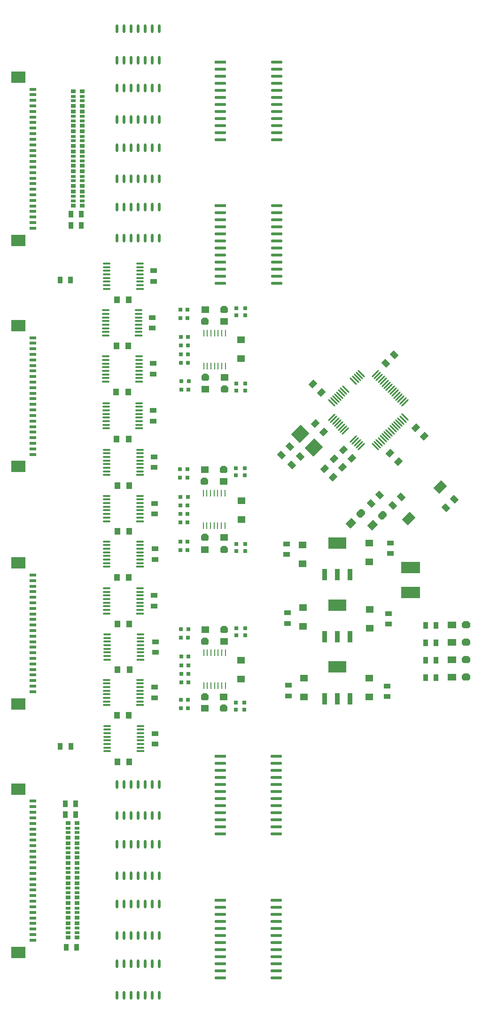
<source format=gtp>
G04*
G04 #@! TF.GenerationSoftware,Altium Limited,Altium Designer,18.1.9 (240)*
G04*
G04 Layer_Color=8421504*
%FSLAX25Y25*%
%MOIN*%
G70*
G01*
G75*
%ADD17R,0.03000X0.03000*%
%ADD18R,0.03000X0.03000*%
%ADD19R,0.05500X0.05000*%
G04:AMPARAMS|DCode=20|XSize=55mil|YSize=50mil|CornerRadius=0mil|HoleSize=0mil|Usage=FLASHONLY|Rotation=0.000|XOffset=0mil|YOffset=0mil|HoleType=Round|Shape=Octagon|*
%AMOCTAGOND20*
4,1,8,0.02750,-0.01250,0.02750,0.01250,0.01500,0.02500,-0.01500,0.02500,-0.02750,0.01250,-0.02750,-0.01250,-0.01500,-0.02500,0.01500,-0.02500,0.02750,-0.01250,0.0*
%
%ADD20OCTAGOND20*%

%ADD21R,0.00984X0.04724*%
%ADD22O,0.00984X0.04724*%
%ADD23R,0.05512X0.04724*%
%ADD24R,0.08268X0.02165*%
%ADD25O,0.08268X0.02165*%
%ADD26R,0.05000X0.03500*%
%ADD27R,0.03500X0.05000*%
G04:AMPARAMS|DCode=28|XSize=11.81mil|YSize=70.87mil|CornerRadius=0mil|HoleSize=0mil|Usage=FLASHONLY|Rotation=45.000|XOffset=0mil|YOffset=0mil|HoleType=Round|Shape=Round|*
%AMOVALD28*
21,1,0.05906,0.01181,0.00000,0.00000,135.0*
1,1,0.01181,0.02088,-0.02088*
1,1,0.01181,-0.02088,0.02088*
%
%ADD28OVALD28*%

G04:AMPARAMS|DCode=29|XSize=11.81mil|YSize=70.87mil|CornerRadius=0mil|HoleSize=0mil|Usage=FLASHONLY|Rotation=135.000|XOffset=0mil|YOffset=0mil|HoleType=Round|Shape=Round|*
%AMOVALD29*
21,1,0.05906,0.01181,0.00000,0.00000,225.0*
1,1,0.01181,0.02088,0.02088*
1,1,0.01181,-0.02088,-0.02088*
%
%ADD29OVALD29*%

%ADD30O,0.01772X0.06299*%
G04:AMPARAMS|DCode=31|XSize=78.74mil|YSize=59.06mil|CornerRadius=0mil|HoleSize=0mil|Usage=FLASHONLY|Rotation=45.000|XOffset=0mil|YOffset=0mil|HoleType=Round|Shape=Rectangle|*
%AMROTATEDRECTD31*
4,1,4,-0.00696,-0.04872,-0.04872,-0.00696,0.00696,0.04872,0.04872,0.00696,-0.00696,-0.04872,0.0*
%
%ADD31ROTATEDRECTD31*%

G04:AMPARAMS|DCode=32|XSize=40mil|YSize=50mil|CornerRadius=0mil|HoleSize=0mil|Usage=FLASHONLY|Rotation=225.000|XOffset=0mil|YOffset=0mil|HoleType=Round|Shape=Rectangle|*
%AMROTATEDRECTD32*
4,1,4,-0.00354,0.03182,0.03182,-0.00354,0.00354,-0.03182,-0.03182,0.00354,-0.00354,0.03182,0.0*
%
%ADD32ROTATEDRECTD32*%

G04:AMPARAMS|DCode=33|XSize=60mil|YSize=50mil|CornerRadius=0mil|HoleSize=0mil|Usage=FLASHONLY|Rotation=45.000|XOffset=0mil|YOffset=0mil|HoleType=Round|Shape=Rectangle|*
%AMROTATEDRECTD33*
4,1,4,-0.00354,-0.03889,-0.03889,-0.00354,0.00354,0.03889,0.03889,0.00354,-0.00354,-0.03889,0.0*
%
%ADD33ROTATEDRECTD33*%

G04:AMPARAMS|DCode=34|XSize=60mil|YSize=50mil|CornerRadius=0mil|HoleSize=0mil|Usage=FLASHONLY|Rotation=45.000|XOffset=0mil|YOffset=0mil|HoleType=Round|Shape=Octagon|*
%AMOCTAGOND34*
4,1,8,0.03005,0.01237,0.01237,0.03005,-0.00530,0.03005,-0.03005,0.00530,-0.03005,-0.01237,-0.01237,-0.03005,0.00530,-0.03005,0.03005,-0.00530,0.03005,0.01237,0.0*
%
%ADD34OCTAGOND34*%

%ADD35R,0.04000X0.05000*%
%ADD36R,0.03543X0.02559*%
%ADD37R,0.03543X0.01968*%
%ADD38O,0.05512X0.01181*%
%ADD39R,0.05512X0.01181*%
%ADD40R,0.04921X0.01968*%
%ADD41R,0.09843X0.07874*%
%ADD42R,0.13780X0.07874*%
G04:AMPARAMS|DCode=43|XSize=40mil|YSize=50mil|CornerRadius=0mil|HoleSize=0mil|Usage=FLASHONLY|Rotation=315.000|XOffset=0mil|YOffset=0mil|HoleType=Round|Shape=Rectangle|*
%AMROTATEDRECTD43*
4,1,4,-0.03182,-0.00354,0.00354,0.03182,0.03182,0.00354,-0.00354,-0.03182,-0.03182,-0.00354,0.0*
%
%ADD43ROTATEDRECTD43*%

%ADD44R,0.06000X0.05000*%
G04:AMPARAMS|DCode=45|XSize=60mil|YSize=50mil|CornerRadius=0mil|HoleSize=0mil|Usage=FLASHONLY|Rotation=0.000|XOffset=0mil|YOffset=0mil|HoleType=Round|Shape=Octagon|*
%AMOCTAGOND45*
4,1,8,0.03000,-0.01250,0.03000,0.01250,0.01750,0.02500,-0.01750,0.02500,-0.03000,0.01250,-0.03000,-0.01250,-0.01750,-0.02500,0.01750,-0.02500,0.03000,-0.01250,0.0*
%
%ADD45OCTAGOND45*%

%ADD46R,0.03543X0.08268*%
%ADD47R,0.12598X0.08268*%
G04:AMPARAMS|DCode=48|XSize=94.49mil|YSize=86.61mil|CornerRadius=0mil|HoleSize=0mil|Usage=FLASHONLY|Rotation=225.000|XOffset=0mil|YOffset=0mil|HoleType=Round|Shape=Rectangle|*
%AMROTATEDRECTD48*
4,1,4,0.00278,0.06403,0.06403,0.00278,-0.00278,-0.06403,-0.06403,-0.00278,0.00278,0.06403,0.0*
%
%ADD48ROTATEDRECTD48*%

D17*
X189341Y498700D02*
D03*
X194459D02*
D03*
X194519Y504700D02*
D03*
X189401D02*
D03*
X188901Y517500D02*
D03*
X194019D02*
D03*
X188901Y523600D02*
D03*
X194019D02*
D03*
Y535800D02*
D03*
X188901D02*
D03*
X194019Y529800D02*
D03*
X188901D02*
D03*
X188500Y549200D02*
D03*
X193618D02*
D03*
X193719Y555300D02*
D03*
X188601D02*
D03*
X193659Y390868D02*
D03*
X188541D02*
D03*
Y384868D02*
D03*
X193659D02*
D03*
X188600Y404667D02*
D03*
X193718D02*
D03*
X188600Y410667D02*
D03*
X193718D02*
D03*
X193819Y422668D02*
D03*
X188701D02*
D03*
X193719Y416668D02*
D03*
X188601D02*
D03*
X188459Y436168D02*
D03*
X193578D02*
D03*
X193519Y442268D02*
D03*
X188401D02*
D03*
X188841Y273100D02*
D03*
X193959D02*
D03*
X193959Y279100D02*
D03*
X188841D02*
D03*
X189141Y291400D02*
D03*
X194259D02*
D03*
Y309500D02*
D03*
X189141D02*
D03*
X194259Y303441D02*
D03*
X189141D02*
D03*
X194159Y328800D02*
D03*
X189041D02*
D03*
X188941Y322800D02*
D03*
X194059D02*
D03*
X189141Y297400D02*
D03*
X194259D02*
D03*
D18*
X234659Y551241D02*
D03*
Y556359D02*
D03*
X228259Y556300D02*
D03*
Y551182D02*
D03*
X234759Y497841D02*
D03*
Y502959D02*
D03*
X228359Y497882D02*
D03*
Y503000D02*
D03*
X234459Y437809D02*
D03*
Y442927D02*
D03*
X228060Y442927D02*
D03*
Y437808D02*
D03*
X234559Y384209D02*
D03*
Y389327D02*
D03*
X228159Y384209D02*
D03*
Y389327D02*
D03*
X234500Y324641D02*
D03*
Y329759D02*
D03*
X228200Y329759D02*
D03*
Y324641D02*
D03*
X234000Y271841D02*
D03*
Y276959D02*
D03*
X227800Y271841D02*
D03*
Y276959D02*
D03*
D19*
X206309Y499000D02*
D03*
X219809Y507400D02*
D03*
X206159Y555200D02*
D03*
X219509Y546800D02*
D03*
X206009Y385368D02*
D03*
X219509Y393868D02*
D03*
X205809Y441968D02*
D03*
X219209Y433468D02*
D03*
X206150Y328687D02*
D03*
X219550Y320400D02*
D03*
X205850Y272900D02*
D03*
X219450Y281100D02*
D03*
D20*
X219809Y499000D02*
D03*
X206309Y507400D02*
D03*
X219659Y555200D02*
D03*
X206009Y546800D02*
D03*
X219509Y385368D02*
D03*
X206009Y393868D02*
D03*
X219309Y441968D02*
D03*
X205709Y433468D02*
D03*
X219650Y328687D02*
D03*
X206050Y320400D02*
D03*
X219350Y272900D02*
D03*
X205950Y281100D02*
D03*
D21*
X205182Y515386D02*
D03*
X204882Y402153D02*
D03*
X205223Y288986D02*
D03*
D22*
X207741Y515386D02*
D03*
X210300D02*
D03*
X212859D02*
D03*
X215418D02*
D03*
X217977D02*
D03*
X220536D02*
D03*
Y538614D02*
D03*
X217977D02*
D03*
X215418D02*
D03*
X212859D02*
D03*
X210300D02*
D03*
X207741D02*
D03*
X205182D02*
D03*
X207441Y402153D02*
D03*
X210000D02*
D03*
X212559D02*
D03*
X215118D02*
D03*
X217677D02*
D03*
X220236D02*
D03*
Y425382D02*
D03*
X217677D02*
D03*
X215118D02*
D03*
X212559D02*
D03*
X210000D02*
D03*
X207441D02*
D03*
X204882D02*
D03*
X207782Y288986D02*
D03*
X210341D02*
D03*
X212900D02*
D03*
X215459D02*
D03*
X218018D02*
D03*
X220577D02*
D03*
Y312214D02*
D03*
X218018D02*
D03*
X215459D02*
D03*
X212900D02*
D03*
X210341D02*
D03*
X207782D02*
D03*
X205223D02*
D03*
D23*
X231759Y534093D02*
D03*
Y520707D02*
D03*
X231959Y420061D02*
D03*
Y406675D02*
D03*
X231600Y306993D02*
D03*
Y293607D02*
D03*
X275737Y344164D02*
D03*
Y330779D02*
D03*
X276426Y294186D02*
D03*
Y280800D02*
D03*
X275426Y388745D02*
D03*
Y375359D02*
D03*
X322670Y294355D02*
D03*
Y280970D02*
D03*
X322867Y342879D02*
D03*
Y329493D02*
D03*
X322572Y390025D02*
D03*
Y376639D02*
D03*
D24*
X216818Y136900D02*
D03*
X217118Y629000D02*
D03*
Y730500D02*
D03*
X216818Y239000D02*
D03*
D25*
Y131900D02*
D03*
Y126900D02*
D03*
Y121900D02*
D03*
Y116900D02*
D03*
Y111900D02*
D03*
Y106900D02*
D03*
Y101900D02*
D03*
Y96900D02*
D03*
Y91900D02*
D03*
X256582Y116900D02*
D03*
Y111900D02*
D03*
Y106900D02*
D03*
Y101900D02*
D03*
Y96900D02*
D03*
Y91900D02*
D03*
Y86900D02*
D03*
Y81900D02*
D03*
X216818D02*
D03*
Y86900D02*
D03*
X256582Y136900D02*
D03*
Y131900D02*
D03*
Y126900D02*
D03*
Y121900D02*
D03*
X217118Y624000D02*
D03*
Y619000D02*
D03*
Y614000D02*
D03*
Y609000D02*
D03*
Y604000D02*
D03*
Y599000D02*
D03*
Y594000D02*
D03*
Y589000D02*
D03*
Y584000D02*
D03*
X256882Y609000D02*
D03*
Y604000D02*
D03*
Y599000D02*
D03*
Y594000D02*
D03*
Y589000D02*
D03*
Y584000D02*
D03*
Y579000D02*
D03*
Y574000D02*
D03*
X217118D02*
D03*
Y579000D02*
D03*
X256882Y629000D02*
D03*
Y624000D02*
D03*
Y619000D02*
D03*
Y614000D02*
D03*
X217118Y725500D02*
D03*
Y720500D02*
D03*
Y715500D02*
D03*
Y710500D02*
D03*
Y705500D02*
D03*
Y700500D02*
D03*
Y695500D02*
D03*
Y690500D02*
D03*
Y685500D02*
D03*
X256882Y710500D02*
D03*
Y705500D02*
D03*
Y700500D02*
D03*
Y695500D02*
D03*
Y690500D02*
D03*
Y685500D02*
D03*
Y680500D02*
D03*
Y675500D02*
D03*
X217118D02*
D03*
Y680500D02*
D03*
X256882Y730500D02*
D03*
Y725500D02*
D03*
Y720500D02*
D03*
Y715500D02*
D03*
X256582Y224000D02*
D03*
Y229000D02*
D03*
Y234000D02*
D03*
Y239000D02*
D03*
X216818Y189000D02*
D03*
Y184000D02*
D03*
X256582D02*
D03*
Y189000D02*
D03*
Y194000D02*
D03*
Y199000D02*
D03*
Y204000D02*
D03*
Y209000D02*
D03*
Y214000D02*
D03*
Y219000D02*
D03*
X216818Y194000D02*
D03*
Y199000D02*
D03*
Y204000D02*
D03*
Y209000D02*
D03*
Y214000D02*
D03*
Y219000D02*
D03*
Y224000D02*
D03*
Y229000D02*
D03*
Y234000D02*
D03*
D26*
X169463Y509660D02*
D03*
X169463Y517140D02*
D03*
X170110Y451009D02*
D03*
Y443529D02*
D03*
X170166Y417939D02*
D03*
X170166Y410458D02*
D03*
X170110Y352781D02*
D03*
Y345301D02*
D03*
X170472Y385852D02*
D03*
Y378372D02*
D03*
X170897Y320104D02*
D03*
Y312624D02*
D03*
X170179Y287821D02*
D03*
Y280341D02*
D03*
X170700Y255041D02*
D03*
Y247560D02*
D03*
X169700Y582840D02*
D03*
X169700Y575360D02*
D03*
X169323Y483884D02*
D03*
X169323Y476403D02*
D03*
X168500Y549641D02*
D03*
X168500Y542160D02*
D03*
X264737Y333102D02*
D03*
Y340582D02*
D03*
X265362Y281778D02*
D03*
Y289259D02*
D03*
X263812Y381856D02*
D03*
Y389336D02*
D03*
X335367Y281167D02*
D03*
Y288647D02*
D03*
X336351Y332544D02*
D03*
Y340025D02*
D03*
X337729Y382545D02*
D03*
Y390025D02*
D03*
D27*
X362522Y294618D02*
D03*
X370003D02*
D03*
X110706Y576400D02*
D03*
X103226Y576400D02*
D03*
X110840Y246000D02*
D03*
X103360Y246000D02*
D03*
X107600Y103500D02*
D03*
X115080Y103500D02*
D03*
X106966Y197485D02*
D03*
X114446D02*
D03*
X118383Y614989D02*
D03*
X110903D02*
D03*
X118383Y622863D02*
D03*
X110903D02*
D03*
X114446Y205359D02*
D03*
X106966D02*
D03*
X370003Y306919D02*
D03*
X362522D02*
D03*
X370003Y319118D02*
D03*
X362522D02*
D03*
X362522Y331718D02*
D03*
X370002D02*
D03*
D28*
X332580Y463819D02*
D03*
X296111Y489152D02*
D03*
X297503Y490544D02*
D03*
X298895Y491936D02*
D03*
X300287Y493328D02*
D03*
X301679Y494720D02*
D03*
X303071Y496112D02*
D03*
X304463Y497504D02*
D03*
X305855Y498896D02*
D03*
X311422Y504464D02*
D03*
X312814Y505856D02*
D03*
X314206Y507248D02*
D03*
X315598Y508640D02*
D03*
X316990Y510032D02*
D03*
X347891Y479130D02*
D03*
X346499Y477739D02*
D03*
X345107Y476346D02*
D03*
X343715Y474955D02*
D03*
X342323Y473563D02*
D03*
X340932Y472171D02*
D03*
X339540Y470779D02*
D03*
X338148Y469387D02*
D03*
X336756Y467995D02*
D03*
X335364Y466603D02*
D03*
X333972Y465211D02*
D03*
X331188Y462427D02*
D03*
X329796Y461035D02*
D03*
X328404Y459643D02*
D03*
X327012Y458251D02*
D03*
D29*
Y510032D02*
D03*
X328404Y508640D02*
D03*
X329796Y507248D02*
D03*
X331188Y505856D02*
D03*
X332580Y504464D02*
D03*
X333972Y503072D02*
D03*
X335364Y501680D02*
D03*
X336756Y500288D02*
D03*
X338148Y498896D02*
D03*
X339540Y497504D02*
D03*
X340932Y496112D02*
D03*
X342323Y494720D02*
D03*
X343715Y493328D02*
D03*
X345107Y491936D02*
D03*
X346499Y490544D02*
D03*
X347891Y489152D02*
D03*
X316919Y458181D02*
D03*
X315528Y459573D02*
D03*
X314136Y460964D02*
D03*
X312744Y462356D02*
D03*
X311352Y463748D02*
D03*
X305784Y469316D02*
D03*
X304392Y470708D02*
D03*
X303000Y472100D02*
D03*
X301608Y473492D02*
D03*
X300216Y474884D02*
D03*
X298824Y476276D02*
D03*
X297432Y477668D02*
D03*
X296040Y479060D02*
D03*
D30*
X168700Y134267D02*
D03*
X163700D02*
D03*
X158700D02*
D03*
X153700D02*
D03*
X148700D02*
D03*
X143700D02*
D03*
X173700D02*
D03*
X173700Y112067D02*
D03*
X168700Y112067D02*
D03*
X163700Y112067D02*
D03*
X158700D02*
D03*
X153700D02*
D03*
X148700D02*
D03*
X143700D02*
D03*
X143700Y69700D02*
D03*
X148700D02*
D03*
X153700D02*
D03*
X158700D02*
D03*
X163700D02*
D03*
X168700D02*
D03*
X173700D02*
D03*
X173700Y91900D02*
D03*
X143700D02*
D03*
X148700D02*
D03*
X153700D02*
D03*
X158700D02*
D03*
X163700D02*
D03*
X168700D02*
D03*
X143700Y732000D02*
D03*
X148700D02*
D03*
X153700D02*
D03*
X158700D02*
D03*
X163700D02*
D03*
X168700D02*
D03*
X173700D02*
D03*
X173700Y754200D02*
D03*
X143700D02*
D03*
X148700D02*
D03*
X153700D02*
D03*
X158700D02*
D03*
X163700D02*
D03*
X168700D02*
D03*
X143700Y689933D02*
D03*
X148700D02*
D03*
X153700D02*
D03*
X158700D02*
D03*
X163700D02*
D03*
X168700D02*
D03*
X173700D02*
D03*
X173700Y712133D02*
D03*
X143700D02*
D03*
X148700D02*
D03*
X153700D02*
D03*
X158700D02*
D03*
X163700D02*
D03*
X168700D02*
D03*
X143700Y647867D02*
D03*
X148700D02*
D03*
X153700D02*
D03*
X158700D02*
D03*
X163700D02*
D03*
X168700D02*
D03*
X173700D02*
D03*
X173700Y670067D02*
D03*
X143700D02*
D03*
X148700D02*
D03*
X153700D02*
D03*
X158700D02*
D03*
X163700D02*
D03*
X168700D02*
D03*
X143700Y605800D02*
D03*
X148700D02*
D03*
X153700D02*
D03*
X158700D02*
D03*
X163700D02*
D03*
X168700D02*
D03*
X173700D02*
D03*
X173700Y628000D02*
D03*
X143700D02*
D03*
X148700D02*
D03*
X153700D02*
D03*
X158700D02*
D03*
X163700D02*
D03*
X168700D02*
D03*
X143700Y196800D02*
D03*
X148700D02*
D03*
X153700D02*
D03*
X158700D02*
D03*
X163700D02*
D03*
X168700Y196800D02*
D03*
X173700Y196800D02*
D03*
X173700Y219000D02*
D03*
X143700D02*
D03*
X148700D02*
D03*
X153700D02*
D03*
X158700D02*
D03*
X163700D02*
D03*
X168700D02*
D03*
X143700Y154433D02*
D03*
X148700D02*
D03*
X153700D02*
D03*
X158700D02*
D03*
X163700D02*
D03*
X168700Y154433D02*
D03*
X173700Y154433D02*
D03*
X173700Y176633D02*
D03*
X143700D02*
D03*
X148700D02*
D03*
X153700D02*
D03*
X158700D02*
D03*
X163700D02*
D03*
X168700D02*
D03*
D31*
X372822Y429478D02*
D03*
X350794Y407339D02*
D03*
D32*
X382973Y420829D02*
D03*
X376962Y414818D02*
D03*
X345462Y422718D02*
D03*
X339452Y416708D02*
D03*
X329973Y423929D02*
D03*
X323962Y417918D02*
D03*
X267562Y445125D02*
D03*
X273573Y451135D02*
D03*
X260362Y452118D02*
D03*
X266373Y458129D02*
D03*
X334452Y517408D02*
D03*
X340462Y523418D02*
D03*
D33*
X309591Y403947D02*
D03*
X325016Y402579D02*
D03*
D34*
X316662Y411018D02*
D03*
X332087Y409650D02*
D03*
D35*
X152394Y234868D02*
D03*
X143894D02*
D03*
X152000Y562427D02*
D03*
X143500D02*
D03*
X151776Y529750D02*
D03*
X143276D02*
D03*
X151500Y497073D02*
D03*
X143000D02*
D03*
X151894Y463608D02*
D03*
X143394D02*
D03*
X152394Y430537D02*
D03*
X143894D02*
D03*
X152449Y398253D02*
D03*
X143949D02*
D03*
X152000Y365576D02*
D03*
X143500D02*
D03*
X152394Y332588D02*
D03*
X143894D02*
D03*
X152626Y300222D02*
D03*
X144126D02*
D03*
X152000Y267939D02*
D03*
X143500D02*
D03*
D36*
X112675Y695640D02*
D03*
Y685562D02*
D03*
X118974D02*
D03*
Y695640D02*
D03*
X112675Y681489D02*
D03*
X112675Y671410D02*
D03*
X118974D02*
D03*
Y681489D02*
D03*
X112675Y667337D02*
D03*
Y657258D02*
D03*
X118974Y657258D02*
D03*
Y667337D02*
D03*
X112675Y653185D02*
D03*
Y643106D02*
D03*
X118974Y643106D02*
D03*
Y653185D02*
D03*
X112675Y639033D02*
D03*
Y628955D02*
D03*
X118974Y628955D02*
D03*
Y639033D02*
D03*
X118974Y709792D02*
D03*
Y699713D02*
D03*
X112675D02*
D03*
Y709792D02*
D03*
X108850Y134808D02*
D03*
Y124729D02*
D03*
X115149D02*
D03*
Y134808D02*
D03*
X108850Y148981D02*
D03*
Y138902D02*
D03*
X115149Y138902D02*
D03*
Y148981D02*
D03*
X108850Y163154D02*
D03*
Y153076D02*
D03*
X115149Y153076D02*
D03*
Y163154D02*
D03*
X108850Y177328D02*
D03*
Y167249D02*
D03*
X115149D02*
D03*
Y177328D02*
D03*
X108850Y191501D02*
D03*
Y181422D02*
D03*
X115149D02*
D03*
Y191501D02*
D03*
X108850Y120635D02*
D03*
Y110556D02*
D03*
X115149D02*
D03*
Y120635D02*
D03*
D37*
X112675Y692176D02*
D03*
Y689026D02*
D03*
X118974D02*
D03*
Y692176D02*
D03*
X112675Y678024D02*
D03*
Y674874D02*
D03*
X118974Y674874D02*
D03*
Y678024D02*
D03*
X112675Y663872D02*
D03*
Y660723D02*
D03*
X118974Y660723D02*
D03*
X118974Y663872D02*
D03*
X112675Y649721D02*
D03*
Y646571D02*
D03*
X118974Y646571D02*
D03*
X118974Y649721D02*
D03*
X112675Y635569D02*
D03*
Y632419D02*
D03*
X118974D02*
D03*
Y635569D02*
D03*
X118974Y706327D02*
D03*
Y703178D02*
D03*
X112675D02*
D03*
Y706327D02*
D03*
X108850Y131343D02*
D03*
Y128194D02*
D03*
X115149Y128194D02*
D03*
X115149Y131343D02*
D03*
X108850Y145517D02*
D03*
Y142367D02*
D03*
X115149D02*
D03*
Y145517D02*
D03*
X108850Y159690D02*
D03*
Y156540D02*
D03*
X115149D02*
D03*
Y159690D02*
D03*
X108850Y173863D02*
D03*
Y170713D02*
D03*
X115149D02*
D03*
Y173863D02*
D03*
X108850Y188036D02*
D03*
Y184887D02*
D03*
X115149D02*
D03*
Y188036D02*
D03*
X108850Y117170D02*
D03*
Y114021D02*
D03*
X115149D02*
D03*
Y117170D02*
D03*
D38*
X136731Y242446D02*
D03*
Y245005D02*
D03*
Y247565D02*
D03*
Y250124D02*
D03*
Y252683D02*
D03*
Y255242D02*
D03*
Y257801D02*
D03*
Y260360D02*
D03*
X160353D02*
D03*
Y257801D02*
D03*
Y255242D02*
D03*
Y252683D02*
D03*
Y250124D02*
D03*
Y247565D02*
D03*
Y245005D02*
D03*
X136337Y275124D02*
D03*
Y277683D02*
D03*
Y280242D02*
D03*
Y282801D02*
D03*
Y285360D02*
D03*
Y287919D02*
D03*
Y290478D02*
D03*
Y293037D02*
D03*
X159959D02*
D03*
Y290478D02*
D03*
Y287919D02*
D03*
Y285360D02*
D03*
Y282801D02*
D03*
Y280242D02*
D03*
Y277683D02*
D03*
X136662Y307407D02*
D03*
Y309966D02*
D03*
Y312525D02*
D03*
Y315084D02*
D03*
Y317643D02*
D03*
Y320202D02*
D03*
Y322761D02*
D03*
Y325321D02*
D03*
X160284D02*
D03*
Y322761D02*
D03*
Y320202D02*
D03*
Y317643D02*
D03*
Y315084D02*
D03*
Y312525D02*
D03*
Y309966D02*
D03*
X136236Y373155D02*
D03*
Y375714D02*
D03*
Y378273D02*
D03*
Y380832D02*
D03*
Y383391D02*
D03*
Y385950D02*
D03*
Y388509D02*
D03*
Y391069D02*
D03*
X159858D02*
D03*
Y388509D02*
D03*
Y385950D02*
D03*
Y383391D02*
D03*
Y380832D02*
D03*
Y378273D02*
D03*
Y375714D02*
D03*
X136268Y340084D02*
D03*
Y342643D02*
D03*
Y345202D02*
D03*
Y347761D02*
D03*
Y350321D02*
D03*
Y352880D02*
D03*
Y355439D02*
D03*
Y357998D02*
D03*
X159890D02*
D03*
Y355439D02*
D03*
Y352880D02*
D03*
Y350321D02*
D03*
Y347761D02*
D03*
Y345202D02*
D03*
Y342643D02*
D03*
X136323Y405439D02*
D03*
Y407998D02*
D03*
Y410557D02*
D03*
Y413116D02*
D03*
Y415675D02*
D03*
Y418234D02*
D03*
Y420793D02*
D03*
Y423352D02*
D03*
X159945D02*
D03*
Y420793D02*
D03*
Y418234D02*
D03*
Y415675D02*
D03*
Y413116D02*
D03*
Y410557D02*
D03*
Y407998D02*
D03*
X136268Y438116D02*
D03*
Y440675D02*
D03*
Y443234D02*
D03*
Y445793D02*
D03*
Y448352D02*
D03*
Y450911D02*
D03*
Y453470D02*
D03*
Y456029D02*
D03*
X159890D02*
D03*
Y453470D02*
D03*
Y450911D02*
D03*
Y448352D02*
D03*
Y445793D02*
D03*
Y443234D02*
D03*
Y440675D02*
D03*
X136268Y570006D02*
D03*
Y572565D02*
D03*
Y575124D02*
D03*
Y577683D02*
D03*
Y580242D02*
D03*
Y582801D02*
D03*
Y585360D02*
D03*
Y587919D02*
D03*
X159890D02*
D03*
Y585360D02*
D03*
Y582801D02*
D03*
Y580242D02*
D03*
Y577683D02*
D03*
Y575124D02*
D03*
Y572565D02*
D03*
X135480Y536935D02*
D03*
Y539494D02*
D03*
Y542053D02*
D03*
Y544612D02*
D03*
Y547171D02*
D03*
Y549730D02*
D03*
Y552289D02*
D03*
Y554848D02*
D03*
X159102D02*
D03*
Y552289D02*
D03*
Y549730D02*
D03*
Y547171D02*
D03*
Y544612D02*
D03*
Y542053D02*
D03*
Y539494D02*
D03*
X135536Y504257D02*
D03*
Y506816D02*
D03*
Y509376D02*
D03*
Y511935D02*
D03*
Y514494D02*
D03*
Y517053D02*
D03*
Y519612D02*
D03*
Y522171D02*
D03*
X159158D02*
D03*
Y519612D02*
D03*
Y517053D02*
D03*
Y514494D02*
D03*
Y511935D02*
D03*
Y509376D02*
D03*
Y506816D02*
D03*
X135843Y471187D02*
D03*
Y473746D02*
D03*
Y476305D02*
D03*
Y478864D02*
D03*
Y481423D02*
D03*
Y483982D02*
D03*
Y486541D02*
D03*
Y489100D02*
D03*
X159465D02*
D03*
Y486541D02*
D03*
Y483982D02*
D03*
Y481423D02*
D03*
Y478864D02*
D03*
Y476305D02*
D03*
Y473746D02*
D03*
D39*
X160353Y242446D02*
D03*
X159959Y275124D02*
D03*
X160284Y307407D02*
D03*
X159858Y373155D02*
D03*
X159890Y340084D02*
D03*
X159945Y405439D02*
D03*
X159890Y438116D02*
D03*
Y570006D02*
D03*
X159102Y536935D02*
D03*
X159158Y504257D02*
D03*
X159465Y471187D02*
D03*
D40*
X83836Y284635D02*
D03*
Y296446D02*
D03*
Y300383D02*
D03*
Y304320D02*
D03*
Y308257D02*
D03*
Y324005D02*
D03*
Y327942D02*
D03*
Y320068D02*
D03*
Y316131D02*
D03*
Y331879D02*
D03*
Y335816D02*
D03*
Y339753D02*
D03*
Y343690D02*
D03*
Y347627D02*
D03*
Y351564D02*
D03*
Y355501D02*
D03*
Y359438D02*
D03*
Y363375D02*
D03*
Y367312D02*
D03*
Y312194D02*
D03*
Y292509D02*
D03*
Y288572D02*
D03*
Y452745D02*
D03*
Y464556D02*
D03*
Y468493D02*
D03*
Y472430D02*
D03*
Y476367D02*
D03*
Y492115D02*
D03*
Y496052D02*
D03*
Y488178D02*
D03*
Y484241D02*
D03*
Y499989D02*
D03*
Y503926D02*
D03*
Y507863D02*
D03*
Y511800D02*
D03*
Y515737D02*
D03*
Y519674D02*
D03*
Y523611D02*
D03*
Y527548D02*
D03*
Y531485D02*
D03*
Y535422D02*
D03*
Y480304D02*
D03*
Y460619D02*
D03*
Y456682D02*
D03*
Y612981D02*
D03*
Y616918D02*
D03*
Y624792D02*
D03*
Y632666D02*
D03*
Y636603D02*
D03*
Y656288D02*
D03*
Y711406D02*
D03*
Y707469D02*
D03*
Y703532D02*
D03*
Y699595D02*
D03*
Y695658D02*
D03*
Y691721D02*
D03*
Y687784D02*
D03*
Y683847D02*
D03*
Y679910D02*
D03*
Y675973D02*
D03*
Y660225D02*
D03*
Y664162D02*
D03*
Y672036D02*
D03*
Y668099D02*
D03*
Y652351D02*
D03*
Y648414D02*
D03*
Y644477D02*
D03*
Y640540D02*
D03*
Y628729D02*
D03*
Y620855D02*
D03*
X83935Y108690D02*
D03*
Y112627D02*
D03*
Y120501D02*
D03*
Y128375D02*
D03*
Y132312D02*
D03*
Y151997D02*
D03*
Y207115D02*
D03*
Y203178D02*
D03*
Y199241D02*
D03*
Y195304D02*
D03*
Y191367D02*
D03*
Y187430D02*
D03*
Y183493D02*
D03*
Y179556D02*
D03*
Y175619D02*
D03*
Y171682D02*
D03*
Y155934D02*
D03*
Y159871D02*
D03*
Y167745D02*
D03*
Y163808D02*
D03*
Y148060D02*
D03*
Y144123D02*
D03*
Y140186D02*
D03*
Y136249D02*
D03*
Y124438D02*
D03*
Y116564D02*
D03*
D41*
X73698Y276013D02*
D03*
Y375934D02*
D03*
Y444123D02*
D03*
Y544044D02*
D03*
Y720028D02*
D03*
Y604359D02*
D03*
X73797Y215737D02*
D03*
Y100068D02*
D03*
D42*
X351962Y355060D02*
D03*
Y372777D02*
D03*
D43*
X290962Y442718D02*
D03*
X296973Y436708D02*
D03*
X310173Y449908D02*
D03*
X304162Y455918D02*
D03*
X303573Y443508D02*
D03*
X297562Y449518D02*
D03*
X282552Y502549D02*
D03*
X288562Y496538D02*
D03*
X361676Y465525D02*
D03*
X355665Y471535D02*
D03*
X343173Y447658D02*
D03*
X337162Y453669D02*
D03*
X290173Y468608D02*
D03*
X284162Y474618D02*
D03*
D44*
X381462Y294918D02*
D03*
Y307218D02*
D03*
Y319518D02*
D03*
Y331818D02*
D03*
D45*
X391462Y294918D02*
D03*
Y307218D02*
D03*
Y319518D02*
D03*
Y331818D02*
D03*
D46*
X290871Y279773D02*
D03*
X299926D02*
D03*
X308981D02*
D03*
X290871Y323637D02*
D03*
X299926D02*
D03*
X308981D02*
D03*
X290871Y367501D02*
D03*
X299926D02*
D03*
X308981D02*
D03*
D47*
X299926Y302214D02*
D03*
Y346078D02*
D03*
Y389942D02*
D03*
D48*
X283434Y457555D02*
D03*
X273690Y467299D02*
D03*
M02*

</source>
